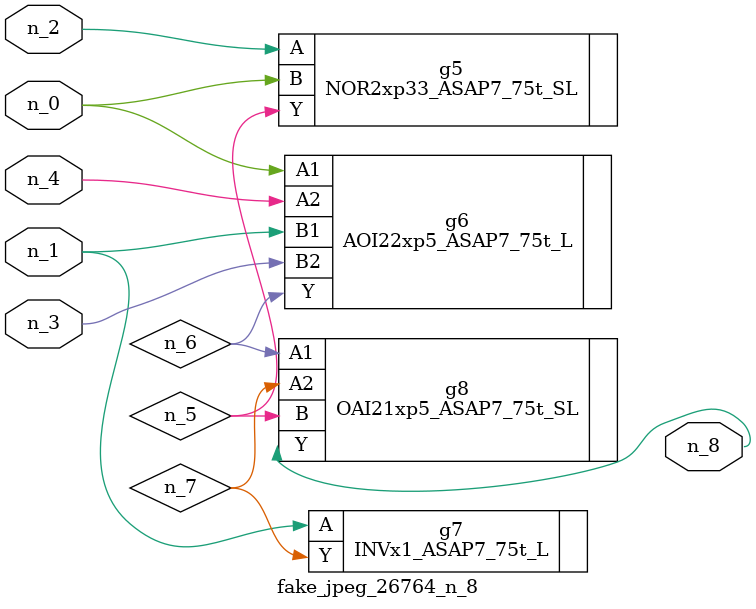
<source format=v>
module fake_jpeg_26764_n_8 (n_3, n_2, n_1, n_0, n_4, n_8);

input n_3;
input n_2;
input n_1;
input n_0;
input n_4;

output n_8;

wire n_6;
wire n_5;
wire n_7;

NOR2xp33_ASAP7_75t_SL g5 ( 
.A(n_2),
.B(n_0),
.Y(n_5)
);

AOI22xp5_ASAP7_75t_L g6 ( 
.A1(n_0),
.A2(n_4),
.B1(n_1),
.B2(n_3),
.Y(n_6)
);

INVx1_ASAP7_75t_L g7 ( 
.A(n_1),
.Y(n_7)
);

OAI21xp5_ASAP7_75t_SL g8 ( 
.A1(n_6),
.A2(n_7),
.B(n_5),
.Y(n_8)
);


endmodule
</source>
